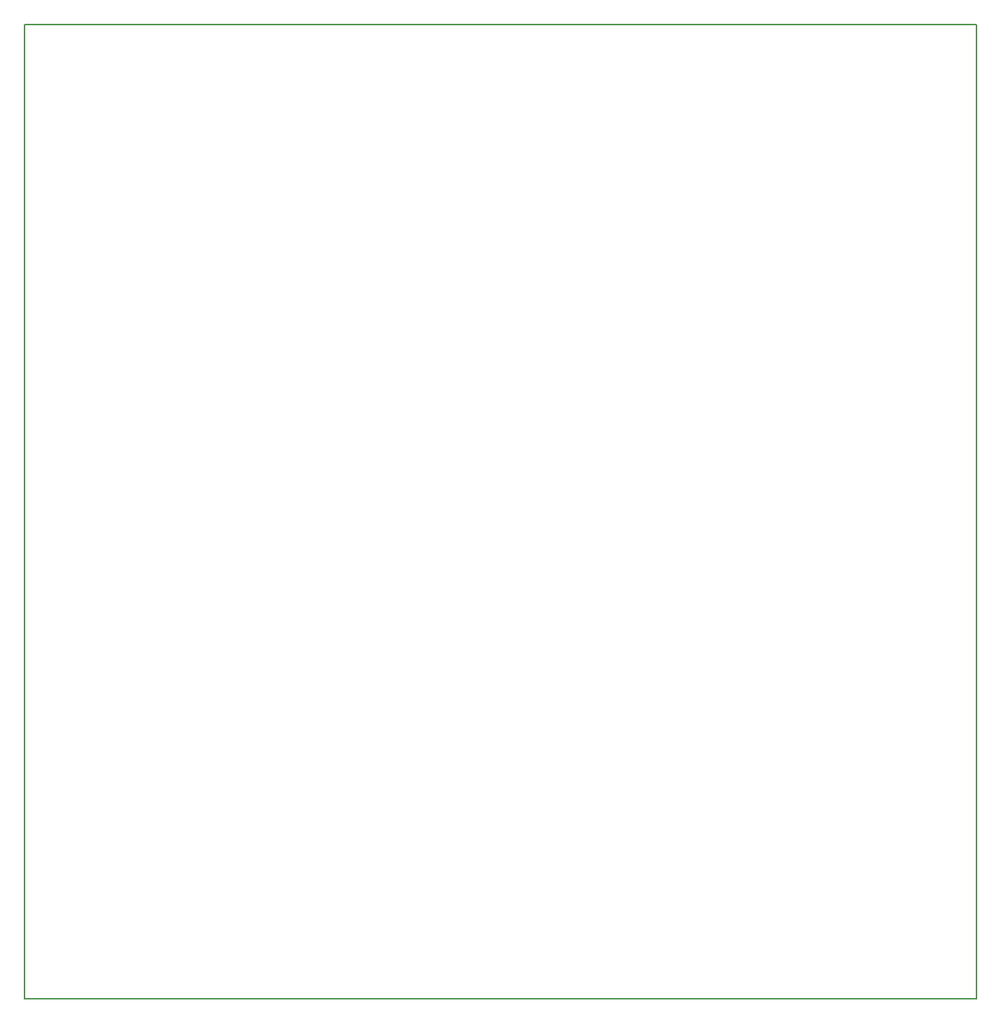
<source format=gbr>
G04 #@! TF.FileFunction,Profile,NP*
%FSLAX46Y46*%
G04 Gerber Fmt 4.6, Leading zero omitted, Abs format (unit mm)*
G04 Created by KiCad (PCBNEW 4.0.7) date 01/04/18 11:03:44*
%MOMM*%
%LPD*%
G01*
G04 APERTURE LIST*
%ADD10C,0.100000*%
%ADD11C,0.150000*%
G04 APERTURE END LIST*
D10*
D11*
X111760000Y114300000D02*
X0Y114300000D01*
X111760000Y0D02*
X111760000Y114300000D01*
X0Y0D02*
X111760000Y0D01*
X0Y114300000D02*
X0Y0D01*
M02*

</source>
